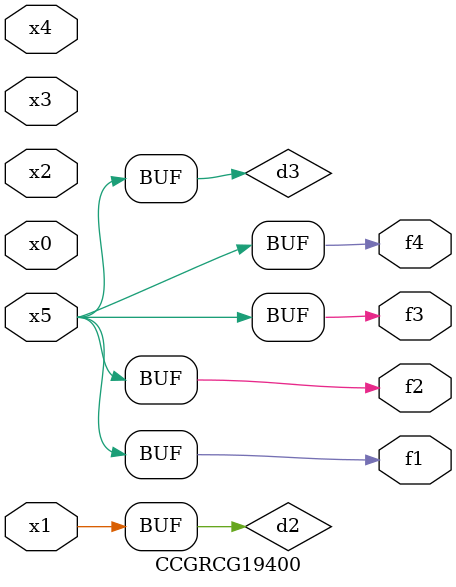
<source format=v>
module CCGRCG19400(
	input x0, x1, x2, x3, x4, x5,
	output f1, f2, f3, f4
);

	wire d1, d2, d3;

	not (d1, x5);
	or (d2, x1);
	xnor (d3, d1);
	assign f1 = d3;
	assign f2 = d3;
	assign f3 = d3;
	assign f4 = d3;
endmodule

</source>
